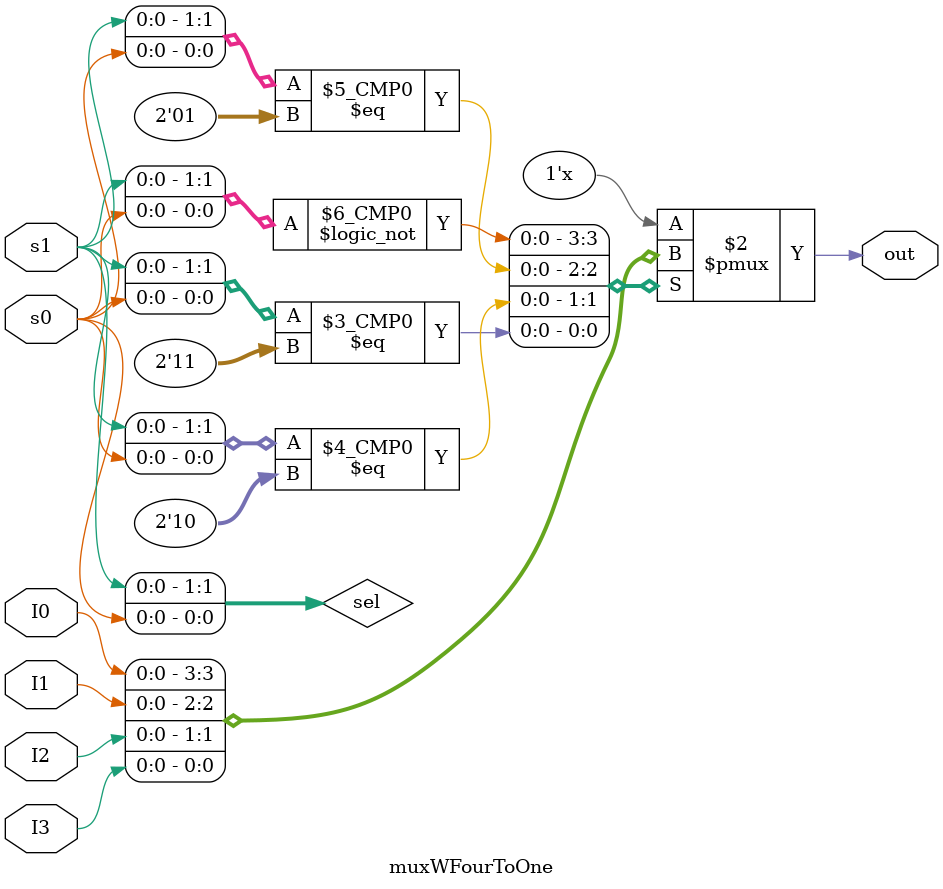
<source format=v>
/*
Implement a W-bit 2 to 1 and a W-bit 4 to 1 multiplexers, where W is a parameter specifying the
data width of the input.
*/
module muxWFourToOne #(parameter W=1)(s0,s1,I0,I1,I2,I3,out);

input s0;
input s1;
input [W-1:0] I0;
input [W-1:0] I1;
input [W-1:0] I2;
input [W-1:0] I3;

output reg [W-1:0] out;
wire [1:0] sel ={s1,s0};



always @(s0 or s1 or I0 or I1 or I2 or I3)
	begin
		 case (sel)
		 2'b00 : out = I0; 
		 2'b01 : out = I1; 
		 2'b10 : out = I2; 
		 2'b11 : out = I3; 
		 endcase
	end

endmodule
</source>
